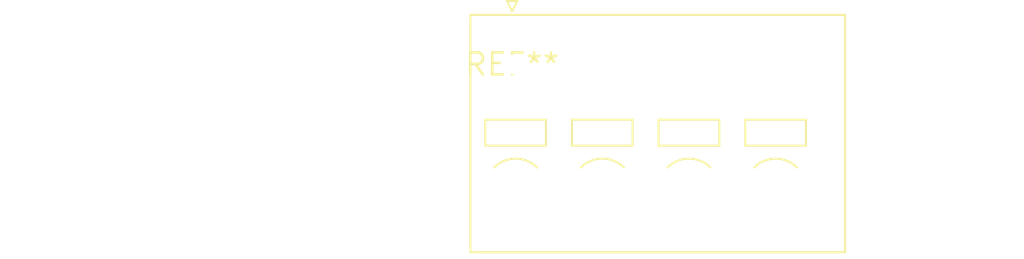
<source format=kicad_pcb>
(kicad_pcb (version 20240108) (generator pcbnew)
  (layers (0 "F.Cu" signal) (31 "B.Cu" signal) (34 "B.Paste" user) (35 "F.Paste" user) (36 "B.SilkS" user "B.Silkscreen") (37 "F.SilkS" user "F.Silkscreen") (38 "B.Mask" user) (39 "F.Mask" user) (44 "Edge.Cuts" user))
  (net 0 "")
  (footprint "PhoenixContact_SPT_2.5_4-V-5.0-EX_1x04_P5.0mm_Vertical" (layer "F.Cu") (at 0 0)
    (property "Reference" "REF**")
    (property "Value" "PhoenixContact_SPT_2.5_4-V-5.0-EX_1x04_P5.0mm_Vertical")
    (fp_line (start -2.41 -2.86) (end 19.21 -2.86) (layer "F.SilkS") (stroke (width 0.12)))
    (fp_line (start -2.41 10.86) (end -2.41 -2.86) (layer "F.SilkS") (stroke (width 0.12)))
    (fp_line (start -1.55 3.2) (end -1.55 4.7) (layer "F.SilkS") (stroke (width 0.12)))
    (fp_line (start -1.55 4.7) (end 1.95 4.7) (layer "F.SilkS") (stroke (width 0.12)))
    (fp_line (start -0.3 -3.66) (end 0 -3.06) (layer "F.SilkS") (stroke (width 0.12)))
    (fp_line (start -0.3 -3.66) (end 0.3 -3.66) (layer "F.SilkS") (stroke (width 0.12)))
    (fp_line (start 0.3 -3.66) (end 0 -3.06) (layer "F.SilkS") (stroke (width 0.12)))
    (fp_line (start 1.95 3.2) (end -1.55 3.2) (layer "F.SilkS") (stroke (width 0.12)))
    (fp_line (start 1.95 4.7) (end 1.95 3.2) (layer "F.SilkS") (stroke (width 0.12)))
    (fp_line (start 3.45 3.2) (end 3.45 4.7) (layer "F.SilkS") (stroke (width 0.12)))
    (fp_line (start 3.45 4.7) (end 6.95 4.7) (layer "F.SilkS") (stroke (width 0.12)))
    (fp_line (start 6.95 3.2) (end 3.45 3.2) (layer "F.SilkS") (stroke (width 0.12)))
    (fp_line (start 6.95 4.7) (end 6.95 3.2) (layer "F.SilkS") (stroke (width 0.12)))
    (fp_line (start 8.45 3.2) (end 8.45 4.7) (layer "F.SilkS") (stroke (width 0.12)))
    (fp_line (start 8.45 4.7) (end 11.95 4.7) (layer "F.SilkS") (stroke (width 0.12)))
    (fp_line (start 11.95 3.2) (end 8.45 3.2) (layer "F.SilkS") (stroke (width 0.12)))
    (fp_line (start 11.95 4.7) (end 11.95 3.2) (layer "F.SilkS") (stroke (width 0.12)))
    (fp_line (start 13.45 3.2) (end 13.45 4.7) (layer "F.SilkS") (stroke (width 0.12)))
    (fp_line (start 13.45 4.7) (end 16.95 4.7) (layer "F.SilkS") (stroke (width 0.12)))
    (fp_line (start 16.95 3.2) (end 13.45 3.2) (layer "F.SilkS") (stroke (width 0.12)))
    (fp_line (start 16.95 4.7) (end 16.95 3.2) (layer "F.SilkS") (stroke (width 0.12)))
    (fp_line (start 19.21 -2.86) (end 19.21 10.86) (layer "F.SilkS") (stroke (width 0.12)))
    (fp_line (start 19.21 10.86) (end -2.41 10.86) (layer "F.SilkS") (stroke (width 0.12)))
    (fp_arc (start -1.037437 5.962563) (mid 0.2 5.45) (end 1.437437 5.962563) (layer "F.SilkS") (stroke (width 0.12)))
    (fp_arc (start 3.962563 5.962563) (mid 5.2 5.45) (end 6.437437 5.962563) (layer "F.SilkS") (stroke (width 0.12)))
    (fp_arc (start 8.962563 5.962563) (mid 10.2 5.45) (end 11.437437 5.962563) (layer "F.SilkS") (stroke (width 0.12)))
    (fp_arc (start 13.962563 5.962563) (mid 15.2 5.45) (end 16.437437 5.962563) (layer "F.SilkS") (stroke (width 0.12)))
    (pad "1" thru_hole roundrect (at 0 0) (size 1.8 3.3) (drill 1.1) (layers *.Cu *.Mask) (remove_unused_layers) (roundrect_rratio 0.138889))
    (pad "1" thru_hole roundrect (at 0 8.2) (size 1.8 3.3) (drill 1.1) (layers *.Cu *.Mask) (remove_unused_layers) (roundrect_rratio 0.138889))
    (pad "2" thru_hole oval (at 5 0) (size 1.8 3.3) (drill 1.1) (layers *.Cu *.Mask) (remove_unused_layers))
    (pad "2" thru_hole oval (at 5 8.2) (size 1.8 3.3) (drill 1.1) (layers *.Cu *.Mask) (remove_unused_layers))
    (pad "3" thru_hole oval (at 10 0) (size 1.8 3.3) (drill 1.1) (layers *.Cu *.Mask) (remove_unused_layers))
    (pad "3" thru_hole oval (at 10 8.2) (size 1.8 3.3) (drill 1.1) (layers *.Cu *.Mask) (remove_unused_layers))
    (pad "4" thru_hole oval (at 15 0) (size 1.8 3.3) (drill 1.1) (layers *.Cu *.Mask) (remove_unused_layers))
    (pad "4" thru_hole oval (at 15 8.2) (size 1.8 3.3) (drill 1.1) (layers *.Cu *.Mask) (remove_unused_layers))
  )
)
</source>
